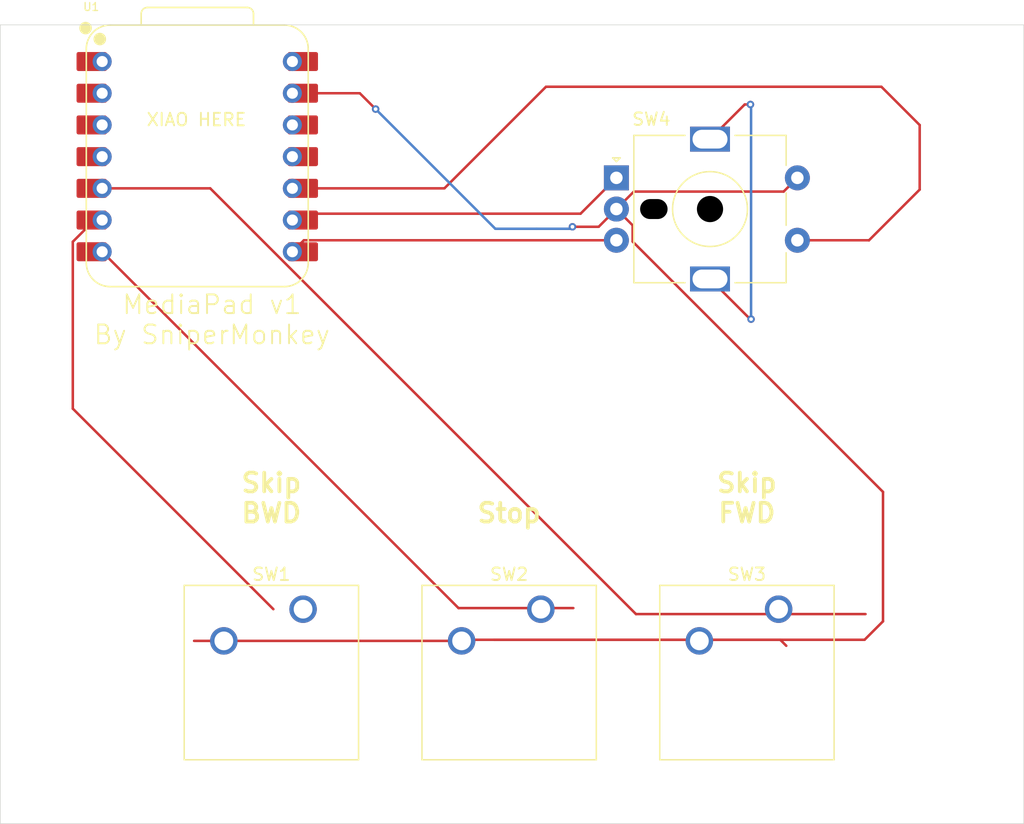
<source format=kicad_pcb>
(kicad_pcb (version 20241229) (generator "pcbnew") (generator_version "9.0")
  (layers (0 "F.Cu" signal) (2 "B.Cu" signal) (13 "F.Paste" user) (15 "B.Paste" user) (5 "F.SilkS" user "F.Silkscreen") (7 "B.SilkS" user "B.Silkscreen") (1 "F.Mask" user) (3 "B.Mask" user) (25 "Edge.Cuts" user))
  (net 0 "")
  (net 1 "Net-(U1-GPIO7{slash}SCL)")
  (net 2 "GND")
  (net 3 "Net-(U1-GPIO0{slash}TX)")
  (net 4 "Net-(U1-GPIO6{slash}SDA)")
  (net 5 "Net-(U1-GPIO4{slash}MISO)")
  (net 6 "Net-(U1-GPIO2{slash}SCK)")
  (net 7 "Net-(U1-GPIO1{slash}RX)")
  (net 15 "unconnected-(SW4-PadMP)")
  (footprint "Button_Switch_Keyboard:SW_Cherry_MX_1.00u_PCB" (layer "F.Cu") (at 207.3275 123.5075)
    (property "Reference" "SW3" (at -2.54 -2.794 0) (layer "F.SilkS"))
    (property "Value" "SW_Push")
    (fp_line (start -9.525 -1.905) (end 4.445 -1.905) (stroke (width 0.12)) (layer "F.SilkS"))
    (fp_line (start -9.525 12.065) (end -9.525 -1.905) (stroke (width 0.12)) (layer "F.SilkS"))
    (fp_line (start 4.445 -1.905) (end 4.445 12.065) (stroke (width 0.12)) (layer "F.SilkS"))
    (fp_line (start 4.445 12.065) (end -9.525 12.065) (stroke (width 0.12)) (layer "F.SilkS"))
    (pad "" np_thru_hole circle (at -7.62 5.08) (size 1.7 1.7) (drill 1.7) (layers "*.Cu" "*.Mask"))
    (pad "" np_thru_hole circle (at -2.54 5.08) (size 4 4) (drill 4) (layers "*.Cu" "*.Mask"))
    (pad "" np_thru_hole circle (at 2.54 5.08) (size 1.7 1.7) (drill 1.7) (layers "*.Cu" "*.Mask"))
    (pad "1" thru_hole circle (at 0 0) (size 2.2 2.2) (drill 1.5) (layers "*.Cu" "*.Mask") (net 4 "Net-(U1-GPIO6{slash}SDA)"))
    (pad "2" thru_hole circle (at -6.35 2.54) (size 2.2 2.2) (drill 1.5) (layers "*.Cu" "*.Mask") (net 2 "GND"))
  )
  (footprint "Button_Switch_Keyboard:SW_Cherry_MX_1.00u_PCB" (layer "F.Cu") (at 169.2275 123.5075)
    (property "Reference" "SW1" (at -2.54 -2.794 0) (layer "F.SilkS"))
    (property "Value" "SW_Push")
    (fp_line (start -9.525 -1.905) (end 4.445 -1.905) (stroke (width 0.12)) (layer "F.SilkS"))
    (fp_line (start -9.525 12.065) (end -9.525 -1.905) (stroke (width 0.12)) (layer "F.SilkS"))
    (fp_line (start 4.445 -1.905) (end 4.445 12.065) (stroke (width 0.12)) (layer "F.SilkS"))
    (fp_line (start 4.445 12.065) (end -9.525 12.065) (stroke (width 0.12)) (layer "F.SilkS"))
    (pad "" np_thru_hole circle (at -7.62 5.08) (size 1.7 1.7) (drill 1.7) (layers "*.Cu" "*.Mask"))
    (pad "" np_thru_hole circle (at -2.54 5.08) (size 4 4) (drill 4) (layers "*.Cu" "*.Mask"))
    (pad "" np_thru_hole circle (at 2.54 5.08) (size 1.7 1.7) (drill 1.7) (layers "*.Cu" "*.Mask"))
    (pad "1" thru_hole circle (at 0 0) (size 2.2 2.2) (drill 1.5) (layers "*.Cu" "*.Mask") (net 1 "Net-(U1-GPIO7{slash}SCL)"))
    (pad "2" thru_hole circle (at -6.35 2.54) (size 2.2 2.2) (drill 1.5) (layers "*.Cu" "*.Mask") (net 2 "GND"))
  )
  (footprint "Button_Switch_Keyboard:SW_Cherry_MX_1.00u_PCB" (layer "F.Cu") (at 188.2775 123.5075)
    (property "Reference" "SW2" (at -2.54 -2.794 0) (layer "F.SilkS"))
    (property "Value" "SW_Push")
    (fp_line (start -9.525 -1.905) (end 4.445 -1.905) (stroke (width 0.12)) (layer "F.SilkS"))
    (fp_line (start -9.525 12.065) (end -9.525 -1.905) (stroke (width 0.12)) (layer "F.SilkS"))
    (fp_line (start 4.445 -1.905) (end 4.445 12.065) (stroke (width 0.12)) (layer "F.SilkS"))
    (fp_line (start 4.445 12.065) (end -9.525 12.065) (stroke (width 0.12)) (layer "F.SilkS"))
    (pad "" np_thru_hole circle (at -7.62 5.08) (size 1.7 1.7) (drill 1.7) (layers "*.Cu" "*.Mask"))
    (pad "" np_thru_hole circle (at -2.54 5.08) (size 4 4) (drill 4) (layers "*.Cu" "*.Mask"))
    (pad "" np_thru_hole circle (at 2.54 5.08) (size 1.7 1.7) (drill 1.7) (layers "*.Cu" "*.Mask"))
    (pad "1" thru_hole circle (at 0 0) (size 2.2 2.2) (drill 1.5) (layers "*.Cu" "*.Mask") (net 3 "Net-(U1-GPIO0{slash}TX)"))
    (pad "2" thru_hole circle (at -6.35 2.54) (size 2.2 2.2) (drill 1.5) (layers "*.Cu" "*.Mask") (net 2 "GND"))
  )
  (footprint "Rotary_Encoder:RotaryEncoder_Alps_EC11E-Switch_Vertical_H20mm_MountingHoles" (layer "F.Cu") (at 194.33 88.95)
    (property "Reference" "SW4" (at 2.8 -4.7 0) (layer "F.SilkS"))
    (property "Value" "RotaryEncoder_Switch_MP")
    (fp_line (start -0.3 -1.6) (end 0.3 -1.6) (stroke (width 0.12)) (layer "F.SilkS"))
    (fp_line (start 0 -1.3) (end -0.3 -1.6) (stroke (width 0.12)) (layer "F.SilkS"))
    (fp_line (start 0.3 -1.6) (end 0 -1.3) (stroke (width 0.12)) (layer "F.SilkS"))
    (fp_line (start 1.4 -3.4) (end 1.4 8.4) (stroke (width 0.12)) (layer "F.SilkS"))
    (fp_line (start 5.5 -3.4) (end 1.4 -3.4) (stroke (width 0.12)) (layer "F.SilkS"))
    (fp_line (start 5.5 8.4) (end 1.4 8.4) (stroke (width 0.12)) (layer "F.SilkS"))
    (fp_line (start 9.5 -3.4) (end 13.6 -3.4) (stroke (width 0.12)) (layer "F.SilkS"))
    (fp_line (start 13.6 -3.4) (end 13.6 -1) (stroke (width 0.12)) (layer "F.SilkS"))
    (fp_line (start 13.6 1.2) (end 13.6 3.8) (stroke (width 0.12)) (layer "F.SilkS"))
    (fp_line (start 13.6 6) (end 13.6 8.4) (stroke (width 0.12)) (layer "F.SilkS"))
    (fp_line (start 13.6 8.4) (end 9.5 8.4) (stroke (width 0.12)) (layer "F.SilkS"))
    (fp_circle (center 7.5 2.5) (end 10.5 2.5) (stroke (width 0.12)) (fill no) (layer "F.SilkS"))
    (pad "" np_thru_hole oval (at 3 2.5) (size 2.2 1.6) (drill oval 2.2 1.6) (layers "*.Mask"))
    (pad "" np_thru_hole circle (at 7.5 2.5) (size 2.1 2.1) (drill 2.1) (layers "*.Mask"))
    (pad "A" thru_hole rect (at 0 0) (size 2 2) (drill 1) (layers "*.Cu" "*.Mask") (net 6 "Net-(U1-GPIO2{slash}SCK)"))
    (pad "B" thru_hole circle (at 0 5) (size 2 2) (drill 1) (layers "*.Cu" "*.Mask") (net 7 "Net-(U1-GPIO1{slash}RX)"))
    (pad "C" thru_hole circle (at 0 2.5) (size 2 2) (drill 1) (layers "*.Cu" "*.Mask") (net 2 "GND"))
    (pad "MP" thru_hole rect (at 7.5 -3.1) (size 3.2 2) (drill oval 2.8 1.5) (layers "*.Cu" "*.Mask") (net 15 "unconnected-(SW4-PadMP)"))
    (pad "MP" thru_hole rect (at 7.5 8.1) (size 3.2 2) (drill oval 2.8 1.5) (layers "*.Cu" "*.Mask") (net 15 "unconnected-(SW4-PadMP)"))
    (pad "S1" thru_hole circle (at 14.5 5) (size 2 2) (drill 1) (layers "*.Cu" "*.Mask") (net 5 "Net-(U1-GPIO4{slash}MISO)"))
    (pad "S2" thru_hole circle (at 14.5 0) (size 2 2) (drill 1) (layers "*.Cu" "*.Mask") (net 2 "GND"))
  )
  (footprint "OPL:XIAO-RP2040-DIP" (layer "F.Cu") (at 160.75 87.25)
    (property "Reference" "U1" (at -8.5 -12 0) (layer "F.SilkS") (effects (font (size 0.635 0.635) (thickness 0.1016))))
    (property "Value" "XIAO-RP2040-DIP")
    (fp_line (start -8.89 8.509) (end -8.89 -8.636) (stroke (width 0.127)) (layer "F.SilkS"))
    (fp_line (start -6.985 10.414) (end 6.985 10.414) (stroke (width 0.127)) (layer "F.SilkS"))
    (fp_line (start -4.495 -10.541) (end -4.491272 -11.451272) (stroke (width 0.127)) (layer "F.SilkS"))
    (fp_line (start -3.991272 -11.951) (end 4.004 -11.951) (stroke (width 0.127)) (layer "F.SilkS"))
    (fp_line (start 4.504 -11.451) (end 4.504 -10.541) (stroke (width 0.127)) (layer "F.SilkS"))
    (fp_line (start 6.985 -10.541) (end -6.985 -10.541) (stroke (width 0.1)) (layer "F.SilkS"))
    (fp_line (start 6.985 -10.541) (end -6.985 -10.541) (stroke (width 0.127)) (layer "F.SilkS"))
    (fp_line (start 8.89 8.509) (end 8.89 -8.636) (stroke (width 0.127)) (layer "F.SilkS"))
    (fp_arc (start -8.89 -8.636) (mid -8.332038 -9.983038) (end -6.985 -10.541) (stroke (width 0.127)) (layer "F.SilkS"))
    (fp_arc (start -6.985 10.414) (mid -8.332038 9.856038) (end -8.89 8.509) (stroke (width 0.127)) (layer "F.SilkS"))
    (fp_arc (start -4.491272 -11.451272) (mid -4.344728 -11.80464) (end -3.991272 -11.951) (stroke (width 0.127)) (layer "F.SilkS"))
    (fp_arc (start 4.004 -11.951) (mid 4.357553 -11.804553) (end 4.504 -11.451) (stroke (width 0.127)) (layer "F.SilkS"))
    (fp_arc (start 6.985 -10.541) (mid 8.332038 -9.983038) (end 8.89 -8.636) (stroke (width 0.127)) (layer "F.SilkS"))
    (fp_arc (start 8.89 8.509) (mid 8.332038 9.856038) (end 6.985 10.414) (stroke (width 0.127)) (layer "F.SilkS"))
    (fp_circle (center -8.95 -10.3) (end -8.95 -10.554) (stroke (width 0.5)) (fill yes) (layer "F.SilkS"))
    (fp_circle (center -7.807 -9.42) (end -7.807 -9.674) (stroke (width 0.5)) (fill yes) (layer "F.SilkS"))
    (pad "1" smd roundrect (at -8.455 -7.62 180) (size 2.432 1.524) (layers "F.Cu" "F.Mask") (roundrect_rratio 0.1))
    (pad "1" thru_hole circle (at -7.62 -7.62 180) (size 1.524 1.524) (drill 0.889) (layers "*.Cu" "*.Mask"))
    (pad "2" smd roundrect (at -8.455 -5.08 180) (size 2.432 1.524) (layers "F.Cu" "F.Mask") (roundrect_rratio 0.1))
    (pad "2" thru_hole circle (at -7.62 -5.08 180) (size 1.524 1.524) (drill 0.889) (layers "*.Cu" "*.Mask"))
    (pad "3" smd roundrect (at -8.455 -2.54 180) (size 2.432 1.524) (layers "F.Cu" "F.Mask") (roundrect_rratio 0.1))
    (pad "3" thru_hole circle (at -7.62 -2.54 180) (size 1.524 1.524) (drill 0.889) (layers "*.Cu" "*.Mask"))
    (pad "4" smd roundrect (at -8.455 0 180) (size 2.432 1.524) (layers "F.Cu" "F.Mask") (roundrect_rratio 0.1))
    (pad "4" thru_hole circle (at -7.62 0 180) (size 1.524 1.524) (drill 0.889) (layers "*.Cu" "*.Mask"))
    (pad "5" smd roundrect (at -8.455 2.54 180) (size 2.432 1.524) (layers "F.Cu" "F.Mask") (roundrect_rratio 0.1) (net 4 "Net-(U1-GPIO6{slash}SDA)"))
    (pad "5" thru_hole circle (at -7.62 2.54 180) (size 1.524 1.524) (drill 0.889) (layers "*.Cu" "*.Mask") (net 4 "Net-(U1-GPIO6{slash}SDA)"))
    (pad "6" smd roundrect (at -8.455 5.08 180) (size 2.432 1.524) (layers "F.Cu" "F.Mask") (roundrect_rratio 0.1) (net 1 "Net-(U1-GPIO7{slash}SCL)"))
    (pad "6" thru_hole circle (at -7.62 5.08 180) (size 1.524 1.524) (drill 0.889) (layers "*.Cu" "*.Mask") (net 1 "Net-(U1-GPIO7{slash}SCL)"))
    (pad "7" smd roundrect (at -8.455 7.62 180) (size 2.432 1.524) (layers "F.Cu" "F.Mask") (roundrect_rratio 0.1) (net 3 "Net-(U1-GPIO0{slash}TX)"))
    (pad "7" thru_hole circle (at -7.62 7.62 180) (size 1.524 1.524) (drill 0.889) (layers "*.Cu" "*.Mask") (net 3 "Net-(U1-GPIO0{slash}TX)"))
    (pad "8" thru_hole circle (at 7.62 7.62) (size 1.524 1.524) (drill 0.889) (layers "*.Cu" "*.Mask") (net 7 "Net-(U1-GPIO1{slash}RX)"))
    (pad "8" smd roundrect (at 8.455 7.62) (size 2.432 1.524) (layers "F.Cu" "F.Mask") (roundrect_rratio 0.1) (net 7 "Net-(U1-GPIO1{slash}RX)"))
    (pad "9" thru_hole circle (at 7.62 5.08) (size 1.524 1.524) (drill 0.889) (layers "*.Cu" "*.Mask") (net 6 "Net-(U1-GPIO2{slash}SCK)"))
    (pad "9" smd roundrect (at 8.455 5.08) (size 2.432 1.524) (layers "F.Cu" "F.Mask") (roundrect_rratio 0.1) (net 6 "Net-(U1-GPIO2{slash}SCK)"))
    (pad "10" thru_hole circle (at 7.62 2.54) (size 1.524 1.524) (drill 0.889) (layers "*.Cu" "*.Mask") (net 5 "Net-(U1-GPIO4{slash}MISO)"))
    (pad "10" smd roundrect (at 8.455 2.54) (size 2.432 1.524) (layers "F.Cu" "F.Mask") (roundrect_rratio 0.1) (net 5 "Net-(U1-GPIO4{slash}MISO)"))
    (pad "11" thru_hole circle (at 7.62 0) (size 1.524 1.524) (drill 0.889) (layers "*.Cu" "*.Mask"))
    (pad "11" smd roundrect (at 8.455 0) (size 2.432 1.524) (layers "F.Cu" "F.Mask") (roundrect_rratio 0.1))
    (pad "12" thru_hole circle (at 7.62 -2.54) (size 1.524 1.524) (drill 0.889) (layers "*.Cu" "*.Mask"))
    (pad "12" smd roundrect (at 8.455 -2.54) (size 2.432 1.524) (layers "F.Cu" "F.Mask") (roundrect_rratio 0.1))
    (pad "13" thru_hole circle (at 7.62 -5.08) (size 1.524 1.524) (drill 0.889) (layers "*.Cu" "*.Mask") (net 2 "GND"))
    (pad "13" smd roundrect (at 8.455 -5.08) (size 2.432 1.524) (layers "F.Cu" "F.Mask") (roundrect_rratio 0.1) (net 2 "GND"))
    (pad "14" thru_hole circle (at 7.62 -7.62) (size 1.524 1.524) (drill 0.889) (layers "*.Cu" "*.Mask"))
    (pad "14" smd roundrect (at 8.455 -7.62) (size 2.432 1.524) (layers "F.Cu" "F.Mask") (roundrect_rratio 0.1))
  )
  (gr_rect (start 144.97 76.69) (end 226.97 140.69) (stroke (width 0.05)) (fill no) (layer "Edge.Cuts"))
  (gr_text "MediaPad v1\nBy SniperMonkey" (at 161.925 102.39375 0) (layer "F.SilkS") (effects (font (size 1.5 1.5)) (justify bottom)))
  (gr_text "Skip\nBWD" (at 166.6875 116.68125 0) (layer "F.SilkS") (effects (font (size 1.5 1.5) (thickness 0.3) (bold yes)) (justify bottom)))
  (gr_text "Stop" (at 185.7375 116.68125 0) (layer "F.SilkS") (effects (font (size 1.5 1.5) (thickness 0.3) (bold yes)) (justify bottom)))
  (gr_text "Skip\nFWD" (at 204.7875 116.68125 0) (layer "F.SilkS") (effects (font (size 1.5 1.5) (thickness 0.3) (bold yes)) (justify bottom)))
  (gr_text "XIAO HERE" (at 156.61 84.87 0) (layer "F.SilkS") (effects (font (size 1 1)) (justify left bottom)))
  (segment (start 152.516374 92.33) (end 153.13 92.33) (width 0.2) (layer "F.Cu") (net 1))
  (segment (start 150.778 94.068374) (end 152.516374 92.33) (width 0.2) (layer "F.Cu") (net 1))
  (segment (start 150.778 107.43925) (end 150.778 94.068374) (width 0.2) (layer "F.Cu") (net 1))
  (segment (start 166.84625 123.5075) (end 150.778 107.43925) (width 0.2) (layer "F.Cu") (net 1))
  (segment (start 182.2175 126.0475) (end 182.305 125.96) (width 0.2) (layer "F.Cu") (net 2))
  (segment (start 194.33 91.45) (end 195.731 90.049) (width 0.2) (layer "F.Cu") (net 2))
  (segment (start 173.77 82.17) (end 175.04 83.44) (width 0.2) (layer "F.Cu") (net 2))
  (segment (start 168.37 82.17) (end 173.77 82.17) (width 0.2) (layer "F.Cu") (net 2))
  (segment (start 215.691 124.480314) (end 215.691 114.113) (width 0.2) (layer "F.Cu") (net 2))
  (segment (start 214.211314 125.96) (end 215.691 124.480314) (width 0.2) (layer "F.Cu") (net 2))
  (segment (start 195.631 94.053) (end 195.631 92.751) (width 0.2) (layer "F.Cu") (net 2))
  (segment (start 195.731 90.049) (end 207.731 90.049) (width 0.2) (layer "F.Cu") (net 2))
  (segment (start 207.731 90.049) (end 208.83 88.95) (width 0.2) (layer "F.Cu") (net 2))
  (segment (start 160.49625 126.0475) (end 182.2175 126.0475) (width 0.2) (layer "F.Cu") (net 2))
  (segment (start 195.631 92.751) (end 194.33 91.45) (width 0.2) (layer "F.Cu") (net 2))
  (segment (start 192.91 92.87) (end 194.33 91.45) (width 0.2) (layer "F.Cu") (net 2))
  (segment (start 207.46 125.96) (end 184.53 125.96) (width 0.2) (layer "F.Cu") (net 2))
  (segment (start 215.691 114.113) (end 195.631 94.053) (width 0.2) (layer "F.Cu") (net 2))
  (segment (start 207.94 126.44) (end 207.46 125.96) (width 0.2) (layer "F.Cu") (net 2))
  (segment (start 184.53 125.96) (end 214.211314 125.96) (width 0.2) (layer "F.Cu") (net 2))
  (segment (start 182.305 125.96) (end 184.53 125.96) (width 0.2) (layer "F.Cu") (net 2))
  (segment (start 190.81 92.87) (end 192.91 92.87) (width 0.2) (layer "F.Cu") (net 2))
  (via (at 175.04 83.44) (size 0.6) (drill 0.3) (layers "F.Cu" "B.Cu") (net 2))
  (via (at 190.81 92.87) (size 0.6) (drill 0.3) (layers "F.Cu" "B.Cu") (net 2))
  (segment (start 184.63 93.03) (end 187.93 93.03) (width 0.2) (layer "B.Cu") (net 2))
  (segment (start 175.04 83.44) (end 184.63 93.03) (width 0.2) (layer "B.Cu") (net 2))
  (segment (start 187.93 93.03) (end 190.65 93.03) (width 0.2) (layer "B.Cu") (net 2))
  (segment (start 190.65 93.03) (end 190.81 92.87) (width 0.2) (layer "B.Cu") (net 2))
  (segment (start 181.68 123.42) (end 153.13 94.87) (width 0.2) (layer "F.Cu") (net 3))
  (segment (start 190.88 123.42) (end 181.68 123.42) (width 0.2) (layer "F.Cu") (net 3))
  (segment (start 214.29 123.9) (end 195.89669 123.9) (width 0.2) (layer "F.Cu") (net 4))
  (segment (start 195.89669 123.9) (end 161.78669 89.79) (width 0.2) (layer "F.Cu") (net 4))
  (segment (start 161.78669 89.79) (end 153.13 89.79) (width 0.2) (layer "F.Cu") (net 4))
  (segment (start 214.55 93.95) (end 214.56 93.96) (width 0.2) (layer "F.Cu") (net 5))
  (segment (start 214.56 93.96) (end 218.63 89.89) (width 0.2) (layer "F.Cu") (net 5))
  (segment (start 208.83 93.95) (end 214.55 93.95) (width 0.2) (layer "F.Cu") (net 5))
  (segment (start 188.69 81.65) (end 180.55 89.79) (width 0.2) (layer "F.Cu") (net 5))
  (segment (start 180.55 89.79) (end 168.37 89.79) (width 0.2) (layer "F.Cu") (net 5))
  (segment (start 215.56 81.65) (end 188.69 81.65) (width 0.2) (layer "F.Cu") (net 5))
  (segment (start 218.63 84.72) (end 215.56 81.65) (width 0.2) (layer "F.Cu") (net 5))
  (segment (start 169.205 89.79) (end 168.37 89.79) (width 0.2) (layer "F.Cu") (net 5))
  (segment (start 218.63 89.89) (end 218.63 84.72) (width 0.2) (layer "F.Cu") (net 5))
  (segment (start 169.14 92.33) (end 169.65 91.82) (width 0.2) (layer "F.Cu") (net 6))
  (segment (start 168.37 92.33) (end 169.14 92.33) (width 0.2) (layer "F.Cu") (net 6))
  (segment (start 169.65 91.82) (end 191.46 91.82) (width 0.2) (layer "F.Cu") (net 6))
  (segment (start 191.46 91.82) (end 194.33 88.95) (width 0.2) (layer "F.Cu") (net 6))
  (segment (start 169.29 93.95) (end 168.37 94.87) (width 0.2) (layer "F.Cu") (net 7))
  (segment (start 194.33 93.95) (end 169.29 93.95) (width 0.2) (layer "F.Cu") (net 7))
  (segment (start 205.05 100.27) (end 205.12 100.27) (width 0.2) (layer "F.Cu") (net 15))
  (segment (start 204.61 83.07) (end 201.83 85.85) (width 0.2) (layer "F.Cu") (net 15))
  (segment (start 205.07 83.07) (end 204.61 83.07) (width 0.2) (layer "F.Cu") (net 15))
  (segment (start 201.83 97.05) (end 205.05 100.27) (width 0.2) (layer "F.Cu") (net 15))
  (via (at 205.12 100.27) (size 0.6) (drill 0.3) (layers "F.Cu" "B.Cu") (net 15))
  (via (at 205.07 83.07) (size 0.6) (drill 0.3) (layers "F.Cu" "B.Cu") (net 15))
  (segment (start 205.12 83.12) (end 205.07 83.07) (width 0.2) (layer "B.Cu") (net 15))
  (segment (start 205.12 100.27) (end 205.12 83.12) (width 0.2) (layer "B.Cu") (net 15))
)
</source>
